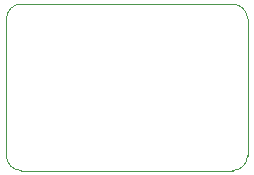
<source format=gbr>
%TF.GenerationSoftware,KiCad,Pcbnew,(5.1.10-1-10_14)*%
%TF.CreationDate,2022-01-10T10:47:52-08:00*%
%TF.ProjectId,ThermistorExpander-kicad,54686572-6d69-4737-946f-72457870616e,rev?*%
%TF.SameCoordinates,Original*%
%TF.FileFunction,Profile,NP*%
%FSLAX46Y46*%
G04 Gerber Fmt 4.6, Leading zero omitted, Abs format (unit mm)*
G04 Created by KiCad (PCBNEW (5.1.10-1-10_14)) date 2022-01-10 10:47:52*
%MOMM*%
%LPD*%
G01*
G04 APERTURE LIST*
%TA.AperFunction,Profile*%
%ADD10C,0.050000*%
%TD*%
G04 APERTURE END LIST*
D10*
X138506200Y-73634600D02*
G75*
G02*
X139776200Y-74904600I0J-1270000D01*
G01*
X138506200Y-73634600D02*
X120624600Y-73634600D01*
X139776200Y-86461600D02*
X139776200Y-74904600D01*
X120624600Y-87731600D02*
X138506200Y-87731600D01*
X119354600Y-74904600D02*
X119354600Y-86461600D01*
X139776200Y-86461600D02*
G75*
G02*
X138506200Y-87731600I-1270000J0D01*
G01*
X120624600Y-87731600D02*
G75*
G02*
X119354600Y-86461600I0J1270000D01*
G01*
X119354600Y-74904600D02*
G75*
G02*
X120624600Y-73634600I1270000J0D01*
G01*
M02*

</source>
